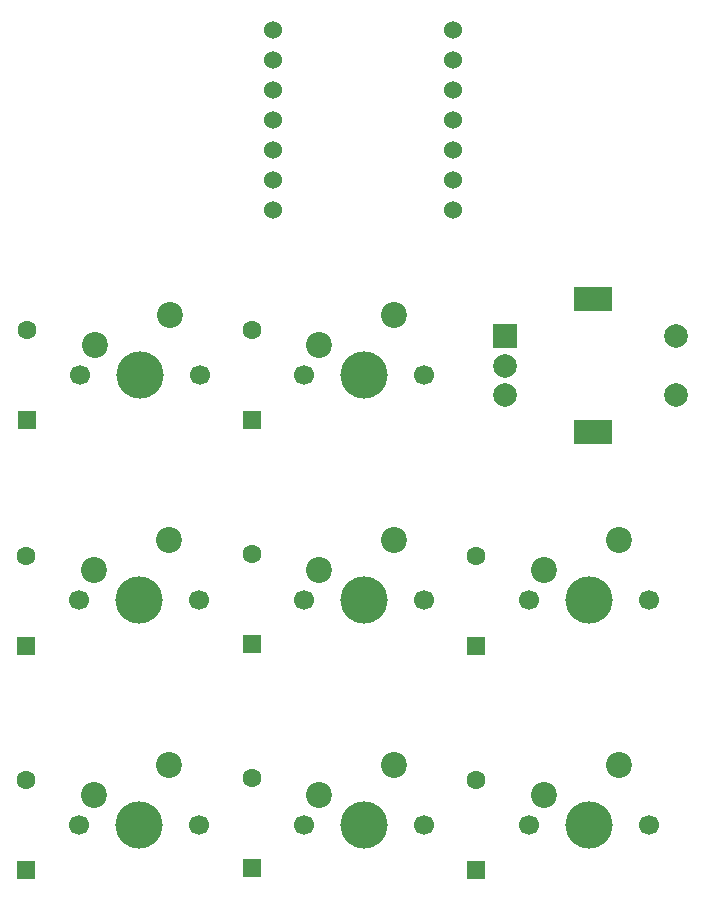
<source format=gbr>
%TF.GenerationSoftware,KiCad,Pcbnew,9.0.3*%
%TF.CreationDate,2025-08-10T10:47:53+08:00*%
%TF.ProjectId,HackPad Schematic,4861636b-5061-4642-9053-6368656d6174,rev?*%
%TF.SameCoordinates,Original*%
%TF.FileFunction,Soldermask,Bot*%
%TF.FilePolarity,Negative*%
%FSLAX46Y46*%
G04 Gerber Fmt 4.6, Leading zero omitted, Abs format (unit mm)*
G04 Created by KiCad (PCBNEW 9.0.3) date 2025-08-10 10:47:53*
%MOMM*%
%LPD*%
G01*
G04 APERTURE LIST*
G04 Aperture macros list*
%AMRoundRect*
0 Rectangle with rounded corners*
0 $1 Rounding radius*
0 $2 $3 $4 $5 $6 $7 $8 $9 X,Y pos of 4 corners*
0 Add a 4 corners polygon primitive as box body*
4,1,4,$2,$3,$4,$5,$6,$7,$8,$9,$2,$3,0*
0 Add four circle primitives for the rounded corners*
1,1,$1+$1,$2,$3*
1,1,$1+$1,$4,$5*
1,1,$1+$1,$6,$7*
1,1,$1+$1,$8,$9*
0 Add four rect primitives between the rounded corners*
20,1,$1+$1,$2,$3,$4,$5,0*
20,1,$1+$1,$4,$5,$6,$7,0*
20,1,$1+$1,$6,$7,$8,$9,0*
20,1,$1+$1,$8,$9,$2,$3,0*%
G04 Aperture macros list end*
%ADD10RoundRect,0.250000X0.550000X-0.550000X0.550000X0.550000X-0.550000X0.550000X-0.550000X-0.550000X0*%
%ADD11C,1.600000*%
%ADD12C,1.700000*%
%ADD13C,4.000000*%
%ADD14C,2.200000*%
%ADD15C,1.524000*%
%ADD16R,2.000000X2.000000*%
%ADD17C,2.000000*%
%ADD18R,3.200000X2.000000*%
G04 APERTURE END LIST*
D10*
%TO.C,D2*%
X118800000Y-115710000D03*
D11*
X118800000Y-108090000D03*
%TD*%
D12*
%TO.C,SW1*%
X104223500Y-111918750D03*
D13*
X109303500Y-111918750D03*
D12*
X114383500Y-111918750D03*
D14*
X111843500Y-106838750D03*
X105493500Y-109378750D03*
%TD*%
D10*
%TO.C,D1*%
X99800000Y-115728750D03*
D11*
X99800000Y-108108750D03*
%TD*%
D10*
%TO.C,D5*%
X137800000Y-134810000D03*
D11*
X137800000Y-127190000D03*
%TD*%
D12*
%TO.C,SW6*%
X104140000Y-150018750D03*
D13*
X109220000Y-150018750D03*
D12*
X114300000Y-150018750D03*
D14*
X111760000Y-144938750D03*
X105410000Y-147478750D03*
%TD*%
D10*
%TO.C,D7*%
X118800000Y-153620000D03*
D11*
X118800000Y-146000000D03*
%TD*%
D12*
%TO.C,SW3*%
X104140000Y-130968750D03*
D13*
X109220000Y-130968750D03*
D12*
X114300000Y-130968750D03*
D14*
X111760000Y-125888750D03*
X105410000Y-128428750D03*
%TD*%
D12*
%TO.C,SW7*%
X123190000Y-150018750D03*
D13*
X128270000Y-150018750D03*
D12*
X133350000Y-150018750D03*
D14*
X130810000Y-144938750D03*
X124460000Y-147478750D03*
%TD*%
D15*
%TO.C,U1*%
X120580000Y-82680000D03*
X120580000Y-85220000D03*
X120580000Y-87760000D03*
X120580000Y-90300000D03*
X120580000Y-92840000D03*
X120580000Y-95380000D03*
X120580000Y-97920000D03*
X135820000Y-97920000D03*
X135820000Y-95380000D03*
X135820000Y-92840000D03*
X135820000Y-90300000D03*
X135820000Y-87760000D03*
X135820000Y-85220000D03*
X135820000Y-82680000D03*
%TD*%
D10*
%TO.C,D4*%
X118800000Y-134710000D03*
D11*
X118800000Y-127090000D03*
%TD*%
D16*
%TO.C,SW9*%
X140200000Y-108600000D03*
D17*
X140200000Y-113600000D03*
X140200000Y-111100000D03*
D18*
X147700000Y-105500000D03*
X147700000Y-116700000D03*
D17*
X154700000Y-113600000D03*
X154700000Y-108600000D03*
%TD*%
D10*
%TO.C,D6*%
X99700000Y-153810000D03*
D11*
X99700000Y-146190000D03*
%TD*%
D12*
%TO.C,SW4*%
X123190000Y-130968750D03*
D13*
X128270000Y-130968750D03*
D12*
X133350000Y-130968750D03*
D14*
X130810000Y-125888750D03*
X124460000Y-128428750D03*
%TD*%
D10*
%TO.C,D8*%
X137800000Y-153810000D03*
D11*
X137800000Y-146190000D03*
%TD*%
D12*
%TO.C,SW8*%
X142240000Y-150018750D03*
D13*
X147320000Y-150018750D03*
D12*
X152400000Y-150018750D03*
D14*
X149860000Y-144938750D03*
X143510000Y-147478750D03*
%TD*%
D10*
%TO.C,D3*%
X99700000Y-134810000D03*
D11*
X99700000Y-127190000D03*
%TD*%
D12*
%TO.C,SW2*%
X123190000Y-111918750D03*
D13*
X128270000Y-111918750D03*
D12*
X133350000Y-111918750D03*
D14*
X130810000Y-106838750D03*
X124460000Y-109378750D03*
%TD*%
D12*
%TO.C,SW5*%
X142240000Y-130968750D03*
D13*
X147320000Y-130968750D03*
D12*
X152400000Y-130968750D03*
D14*
X149860000Y-125888750D03*
X143510000Y-128428750D03*
%TD*%
M02*

</source>
